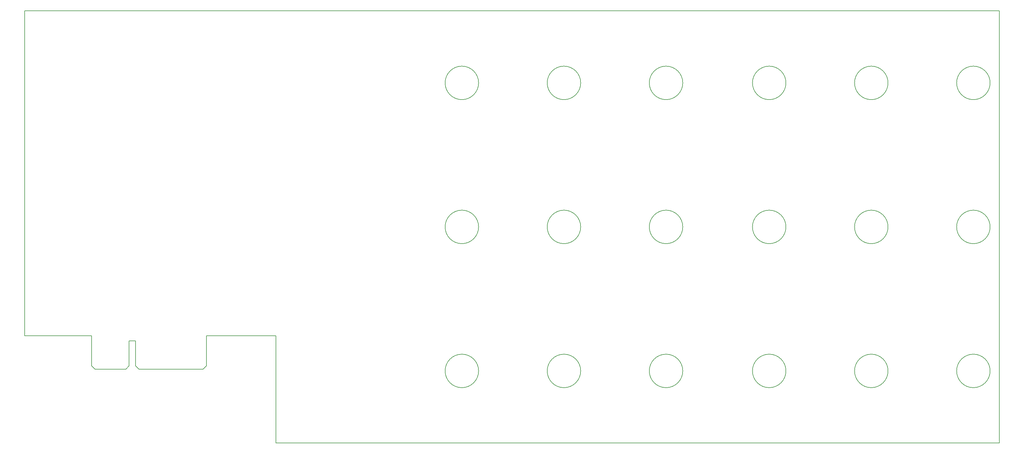
<source format=gbr>
G04 #@! TF.GenerationSoftware,KiCad,Pcbnew,6.0.7-f9a2dced07~116~ubuntu22.04.1*
G04 #@! TF.CreationDate,2023-05-31T10:56:11+01:00*
G04 #@! TF.ProjectId,hiltop_backplane_brd,68696c74-6f70-45f6-9261-636b706c616e,A*
G04 #@! TF.SameCoordinates,Original*
G04 #@! TF.FileFunction,Other,ECO2*
%FSLAX46Y46*%
G04 Gerber Fmt 4.6, Leading zero omitted, Abs format (unit mm)*
G04 Created by KiCad (PCBNEW 6.0.7-f9a2dced07~116~ubuntu22.04.1) date 2023-05-31 10:56:11*
%MOMM*%
%LPD*%
G01*
G04 APERTURE LIST*
G04 #@! TA.AperFunction,Profile*
%ADD10C,0.150000*%
G04 #@! TD*
G04 APERTURE END LIST*
D10*
X179840000Y-50700000D02*
G75*
G03*
X179840000Y-50700000I-5000000J0D01*
G01*
X210320000Y-50700000D02*
G75*
G03*
X210320000Y-50700000I-5000000J0D01*
G01*
X240800000Y-50700000D02*
G75*
G03*
X240800000Y-50700000I-5000000J0D01*
G01*
X210320000Y-93700000D02*
G75*
G03*
X210320000Y-93700000I-5000000J0D01*
G01*
X240800000Y-93700000D02*
G75*
G03*
X240800000Y-93700000I-5000000J0D01*
G01*
X179840000Y-136700000D02*
G75*
G03*
X179840000Y-136700000I-5000000J0D01*
G01*
X210320000Y-136700000D02*
G75*
G03*
X210320000Y-136700000I-5000000J0D01*
G01*
X240800000Y-136700000D02*
G75*
G03*
X240800000Y-136700000I-5000000J0D01*
G01*
X179840000Y-93700000D02*
G75*
G03*
X179840000Y-93700000I-5000000J0D01*
G01*
X271600000Y-136700000D02*
G75*
G03*
X271600000Y-136700000I-5000000J0D01*
G01*
X65300000Y-136200000D02*
X74500000Y-136200000D01*
X75500000Y-135200000D02*
X75500000Y-127700000D01*
X98600000Y-126200000D02*
X119300000Y-126200000D01*
X302080000Y-136700000D02*
G75*
G03*
X302080000Y-136700000I-5000000J0D01*
G01*
X332560000Y-93700000D02*
G75*
G03*
X332560000Y-93700000I-5000000J0D01*
G01*
X75500000Y-135200000D02*
X74500000Y-136200000D01*
X97600000Y-136200000D02*
X98600000Y-135200000D01*
X332560000Y-50700000D02*
G75*
G03*
X332560000Y-50700000I-5000000J0D01*
G01*
X271600000Y-50700000D02*
G75*
G03*
X271600000Y-50700000I-5000000J0D01*
G01*
X302080000Y-93700000D02*
G75*
G03*
X302080000Y-93700000I-5000000J0D01*
G01*
X44300000Y-29200000D02*
X335300000Y-29200000D01*
X64300000Y-135200000D02*
X64300000Y-126200000D01*
X271600000Y-93700000D02*
G75*
G03*
X271600000Y-93700000I-5000000J0D01*
G01*
X332560000Y-136700000D02*
G75*
G03*
X332560000Y-136700000I-5000000J0D01*
G01*
X77400000Y-135200000D02*
X78400000Y-136200000D01*
X119300000Y-136200000D02*
X119300000Y-158200000D01*
X44300000Y-126200000D02*
X44300000Y-29200000D01*
X119300000Y-126200000D02*
X119300000Y-136200000D01*
X78400000Y-136200000D02*
X97600000Y-136200000D01*
X64300000Y-135200000D02*
X65300000Y-136200000D01*
X75500000Y-127700000D02*
X77400000Y-127700000D01*
X98600000Y-135200000D02*
X98600000Y-127700000D01*
X335300000Y-29200000D02*
X335300000Y-158200000D01*
X302080000Y-50700000D02*
G75*
G03*
X302080000Y-50700000I-5000000J0D01*
G01*
X98600000Y-127700000D02*
X98600000Y-126200000D01*
X335300000Y-158200000D02*
X119300000Y-158200000D01*
X77400000Y-127700000D02*
X77400000Y-135200000D01*
X64300000Y-126200000D02*
X44300000Y-126200000D01*
M02*

</source>
